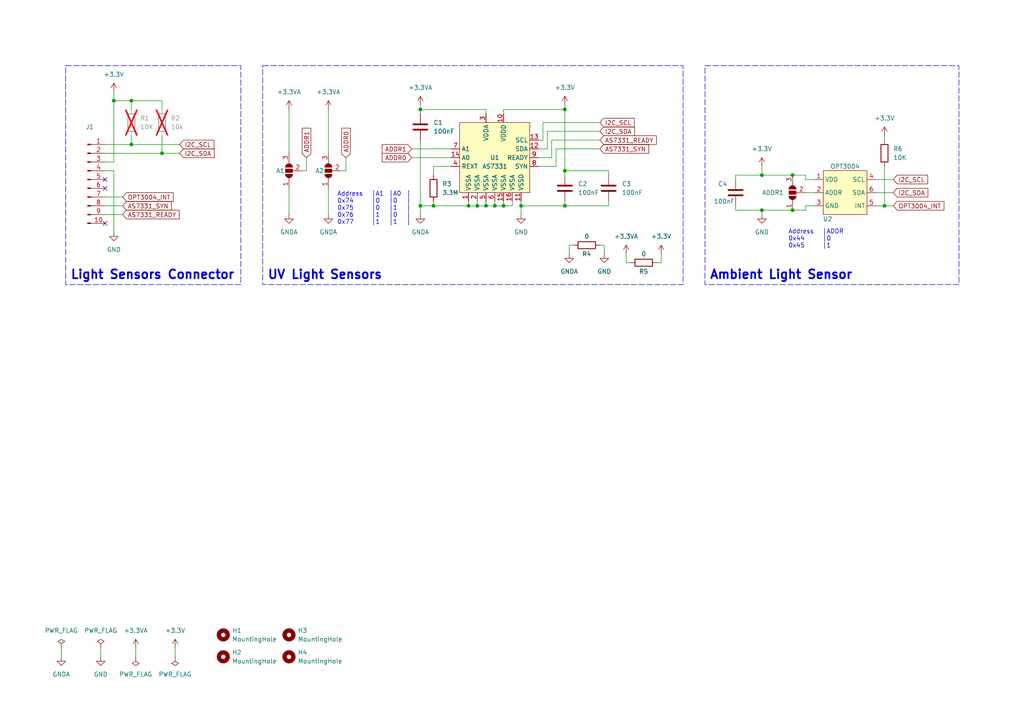
<source format=kicad_sch>
(kicad_sch (version 20230121) (generator eeschema)
  (paper "A4")
  (title_block (title "LightSensors") (date "2023-07-30") (rev "A"))
  (lib_symbols
    (symbol "Connector:Conn_01x10_Pin" (pin_names (offset 1.016) hide)
      (property "Reference" "J" (at 0 12.7 0))
      (property "Value" "Conn_01x10_Pin" (at 0 -15.24 0))
      (symbol "Conn_01x10_Pin_1_1"
        (polyline (pts (xy 1.27 -12.7) (xy 0.8636 -12.7)) (stroke (width 0.1524)))
        (polyline (pts (xy 1.27 -10.16) (xy 0.8636 -10.16)) (stroke (width 0.1524)))
        (polyline (pts (xy 1.27 -7.62) (xy 0.8636 -7.62)) (stroke (width 0.1524)))
        (polyline (pts (xy 1.27 -5.08) (xy 0.8636 -5.08)) (stroke (width 0.1524)))
        (polyline (pts (xy 1.27 -2.54) (xy 0.8636 -2.54)) (stroke (width 0.1524)))
        (polyline (pts (xy 1.27 0) (xy 0.8636 0)) (stroke (width 0.1524)))
        (polyline (pts (xy 1.27 2.54) (xy 0.8636 2.54)) (stroke (width 0.1524)))
        (polyline (pts (xy 1.27 5.08) (xy 0.8636 5.08)) (stroke (width 0.1524)))
        (polyline (pts (xy 1.27 7.62) (xy 0.8636 7.62)) (stroke (width 0.1524)))
        (polyline (pts (xy 1.27 10.16) (xy 0.8636 10.16)) (stroke (width 0.1524)))
        (rectangle (start 0.8636 -12.573) (end 0 -12.827) (stroke (width 0.1524)) (fill (type outline)))
        (rectangle (start 0.8636 -10.033) (end 0 -10.287) (stroke (width 0.1524)) (fill (type outline)))
        (rectangle (start 0.8636 -7.493) (end 0 -7.747) (stroke (width 0.1524)) (fill (type outline)))
        (rectangle (start 0.8636 -4.953) (end 0 -5.207) (stroke (width 0.1524)) (fill (type outline)))
        (rectangle (start 0.8636 -2.413) (end 0 -2.667) (stroke (width 0.1524)) (fill (type outline)))
        (rectangle (start 0.8636 0.127) (end 0 -0.127) (stroke (width 0.1524)) (fill (type outline)))
        (rectangle (start 0.8636 2.667) (end 0 2.413) (stroke (width 0.1524)) (fill (type outline)))
        (rectangle (start 0.8636 5.207) (end 0 4.953) (stroke (width 0.1524)) (fill (type outline)))
        (rectangle (start 0.8636 7.747) (end 0 7.493) (stroke (width 0.1524)) (fill (type outline)))
        (rectangle (start 0.8636 10.287) (end 0 10.033) (stroke (width 0.1524)) (fill (type outline)))
        (pin passive line (at 5.08 10.16 180) (length 3.81) (name "Pin_1") (number "1"))
        (pin passive line (at 5.08 -12.7 180) (length 3.81) (name "Pin_10") (number "10"))
        (pin passive line (at 5.08 7.62 180) (length 3.81) (name "Pin_2") (number "2"))
        (pin passive line (at 5.08 5.08 180) (length 3.81) (name "Pin_3") (number "3"))
        (pin passive line (at 5.08 2.54 180) (length 3.81) (name "Pin_4") (number "4"))
        (pin passive line (at 5.08 0 180) (length 3.81) (name "Pin_5") (number "5"))
        (pin passive line (at 5.08 -2.54 180) (length 3.81) (name "Pin_6") (number "6"))
        (pin passive line (at 5.08 -5.08 180) (length 3.81) (name "Pin_7") (number "7"))
        (pin passive line (at 5.08 -7.62 180) (length 3.81) (name "Pin_8") (number "8"))
        (pin passive line (at 5.08 -10.16 180) (length 3.81) (name "Pin_9") (number "9"))
      )
    )
    (symbol "Device:C" (pin_numbers hide) (pin_names (offset 0.254))
      (property "Reference" "C" (at 0.635 2.54 0))
      (property "Value" "C" (at 0.635 -2.54 0))
      (symbol "C_0_1"
        (polyline (pts (xy -2.032 -0.762) (xy 2.032 -0.762)) (stroke (width 0.508)))
        (polyline (pts (xy -2.032 0.762) (xy 2.032 0.762)) (stroke (width 0.508)))
      )
      (symbol "C_1_1"
        (pin passive line (at 0 3.81 270) (length 2.794) (name "~") (number "1"))
        (pin passive line (at 0 -3.81 90) (length 2.794) (name "~") (number "2"))
      )
    )
    (symbol "Device:R" (pin_numbers hide) (pin_names (offset 0))
      (property "Reference" "R" (at 2.032 0 90))
      (property "Value" "R" (at 0 0 90))
      (symbol "R_0_1"
        (rectangle (start -1.016 -2.54) (end 1.016 2.54) (stroke (width 0.254)))
      )
      (symbol "R_1_1"
        (pin passive line (at 0 3.81 270) (length 1.27) (name "~") (number "1"))
        (pin passive line (at 0 -3.81 90) (length 1.27) (name "~") (number "2"))
      )
    )
    (symbol "Jumper:SolderJumper_3_Open" (pin_names (offset 0) hide)
      (property "Reference" "JP" (at -2.54 -2.54 0))
      (property "Value" "SolderJumper_3_Open" (at 0 2.794 0))
      (symbol "SolderJumper_3_Open_0_1"
        (arc (start -1.016 1.016) (mid -2.0276 0) (end -1.016 -1.016))
        (arc (start -1.016 1.016) (mid -2.0276 0) (end -1.016 -1.016) (fill (type outline)))
        (rectangle (start -0.508 1.016) (end 0.508 -1.016) (fill (type outline)))
        (polyline (pts (xy -2.54 0) (xy -2.032 0)))
        (polyline (pts (xy -1.016 1.016) (xy -1.016 -1.016)))
        (polyline (pts (xy 0 -1.27) (xy 0 -1.016)))
        (polyline (pts (xy 1.016 1.016) (xy 1.016 -1.016)))
        (polyline (pts (xy 2.54 0) (xy 2.032 0)))
        (arc (start 1.016 -1.016) (mid 2.0276 0) (end 1.016 1.016))
        (arc (start 1.016 -1.016) (mid 2.0276 0) (end 1.016 1.016) (fill (type outline)))
      )
      (symbol "SolderJumper_3_Open_1_1"
        (pin passive line (at -5.08 0 0) (length 2.54) (name "A") (number "1"))
        (pin passive line (at 0 -3.81 90) (length 2.54) (name "C") (number "2"))
        (pin passive line (at 5.08 0 180) (length 2.54) (name "B") (number "3"))
      )
    )
    (symbol "Mechanical:MountingHole" (pin_names (offset 1.016))
      (property "Reference" "H" (at 0 5.08 0))
      (property "Value" "MountingHole" (at 0 3.175 0))
      (symbol "MountingHole_0_1"
        (circle (center 0 0) (radius 1.27) (stroke (width 1.27)))
      )
    )
    (symbol "Sensor_Light_OPT3004:OPT3004"
      (property "Reference" "U" (at 5.588 -7.747 0))
      (property "Value" "OPT3004" (at 0 7.62 0))
      (symbol "OPT3004_1_1"
        (rectangle (start -6.35 6.35) (end 6.35 -6.35) (fill (type background)))
        (pin power_in line (at -8.89 3.81 0) (length 2.54) (name "VDD") (number "1"))
        (pin input line (at -8.89 0 0) (length 2.54) (name "ADDR") (number "2"))
        (pin power_in line (at -8.89 -3.81 0) (length 2.54) (name "GND") (number "3"))
        (pin input line (at 8.89 3.81 180) (length 2.54) (name "SCL") (number "4"))
        (pin output line (at 8.89 -3.81 180) (length 2.54) (name "INT") (number "5"))
        (pin bidirectional line (at 8.89 0 180) (length 2.54) (name "SDA") (number "6"))
      )
    )
    (symbol "Sensor_UV_AS7331:AS7331"
      (property "Reference" "U" (at 0 0 0))
      (symbol "AS7331_1_1"
        (rectangle (start -10.16 10.16) (end 10.16 -10.16) (fill (type background)))
        (pin power_in line (at -7.62 -12.7 90) (length 2.54) (name "VSSA") (number "1"))
        (pin power_in line (at 2.54 12.7 270) (length 2.54) (name "VDDD") (number "10"))
        (pin power_in line (at 7.62 -12.7 90) (length 2.54) (name "VSSD") (number "11"))
        (pin bidirectional line (at 12.7 2.54 180) (length 2.54) (name "SDA") (number "12"))
        (pin input line (at 12.7 5.08 180) (length 2.54) (name "SCL") (number "13"))
        (pin input line (at -12.7 0 0) (length 2.54) (name "A0") (number "14"))
        (pin power_in line (at 2.54 -12.7 90) (length 2.54) (name "VSSA") (number "15"))
        (pin power_in line (at 5.08 -12.7 90) (length 2.54) (name "VSSA") (number "16"))
        (pin power_in line (at -5.08 -12.7 90) (length 2.54) (name "VSSA") (number "2"))
        (pin power_in line (at -2.54 12.7 270) (length 2.54) (name "VDDA") (number "3"))
        (pin bidirectional line (at -12.7 -2.54 0) (length 2.54) (name "REXT") (number "4"))
        (pin power_in line (at -2.54 -12.7 90) (length 2.54) (name "VSSA") (number "5"))
        (pin power_in line (at 0 -12.7 90) (length 2.54) (name "VSSA") (number "6"))
        (pin input line (at -12.7 2.54 0) (length 2.54) (name "A1") (number "7"))
        (pin input line (at 12.7 -2.54 180) (length 2.54) (name "SYN") (number "8"))
        (pin output line (at 12.7 0 180) (length 2.54) (name "READY") (number "9"))
      )
    )
    (symbol "power:+3.3V" (power) (pin_names (offset 0))
      (property "Value" "+3.3V" (at 0 3.556 0))
      (symbol "+3.3V_0_1"
        (polyline (pts (xy -0.762 1.27) (xy 0 2.54)))
        (polyline (pts (xy 0 0) (xy 0 2.54)))
        (polyline (pts (xy 0 2.54) (xy 0.762 1.27)))
      )
      (symbol "+3.3V_1_1"
        (pin power_in line (at 0 0 90) (length 0) hide (name "+3.3V") (number "1"))
      )
    )
    (symbol "power:+3.3VA" (power) (pin_names (offset 0))
      (property "Value" "+3.3VA" (at 0 3.556 0))
      (symbol "+3.3VA_0_1"
        (polyline (pts (xy -0.762 1.27) (xy 0 2.54)))
        (polyline (pts (xy 0 0) (xy 0 2.54)))
        (polyline (pts (xy 0 2.54) (xy 0.762 1.27)))
      )
      (symbol "+3.3VA_1_1"
        (pin power_in line (at 0 0 90) (length 0) hide (name "+3.3VA") (number "1"))
      )
    )
    (symbol "power:GND" (power) (pin_names (offset 0))
      (property "Value" "GND" (at 0 -3.81 0))
      (symbol "GND_0_1"
        (polyline (pts (xy 0 0) (xy 0 -1.27) (xy 1.27 -1.27) (xy 0 -2.54) (xy -1.27 -1.27) (xy 0 -1.27)))
      )
      (symbol "GND_1_1"
        (pin power_in line (at 0 0 270) (length 0) hide (name "GND") (number "1"))
      )
    )
    (symbol "power:GNDA" (power) (pin_names (offset 0))
      (property "Value" "GNDA" (at 0 -3.81 0))
      (symbol "GNDA_0_1"
        (polyline (pts (xy 0 0) (xy 0 -1.27) (xy 1.27 -1.27) (xy 0 -2.54) (xy -1.27 -1.27) (xy 0 -1.27)))
      )
      (symbol "GNDA_1_1"
        (pin power_in line (at 0 0 270) (length 0) hide (name "GNDA") (number "1"))
      )
    )
    (symbol "power:PWR_FLAG" (power) (pin_numbers hide) (pin_names (offset 0) hide)
      (property "Value" "PWR_FLAG" (at 0 3.81 0))
      (symbol "PWR_FLAG_0_0"
        (pin power_out line (at 0 0 90) (length 0) (name "pwr") (number "1"))
      )
      (symbol "PWR_FLAG_0_1"
        (polyline (pts (xy 0 0) (xy 0 1.27) (xy -1.016 1.905) (xy 0 2.54) (xy 1.016 1.905) (xy 0 1.27)))
      )
    )
  )
  (junction (at 256.54 59.69))
  (junction (at 163.83 31.75))
  (junction (at 220.98 60.96))
  (junction (at 163.83 59.69))
  (junction (at 121.92 31.75))
  (junction (at 229.87 50.8))
  (junction (at 143.51 59.69))
  (junction (at 151.13 59.69))
  (junction (at 140.97 59.69))
  (junction (at 38.1 29.21))
  (junction (at 220.98 50.8))
  (junction (at 135.89 59.69))
  (junction (at 163.83 49.53))
  (junction (at 38.1 41.91))
  (junction (at 46.99 44.45))
  (junction (at 138.43 59.69))
  (junction (at 146.05 59.69))
  (junction (at 125.73 59.69))
  (junction (at 33.02 29.21))
  (junction (at 229.87 60.96))
  (junction (at 121.92 59.69))
  (no_connect (at 30.48 54.61))
  (no_connect (at 30.48 52.07))
  (no_connect (at 30.48 64.77))
  (wire (pts (xy 119.38 43.18) (xy 130.81 43.18)))
  (wire (pts (xy 33.02 46.99) (xy 30.48 46.99)))
  (wire (pts (xy 233.68 50.8) (xy 229.87 50.8)))
  (wire (pts (xy 38.1 31.75) (xy 38.1 29.21)))
  (wire (pts (xy 148.59 58.42) (xy 148.59 59.69)))
  (wire (pts (xy 254 52.07) (xy 259.08 52.07)))
  (wire (pts (xy 157.48 35.56) (xy 173.99 35.56)))
  (wire (pts (xy 35.56 57.15) (xy 30.48 57.15)))
  (wire (pts (xy 46.99 29.21) (xy 38.1 29.21)))
  (wire (pts (xy 140.97 58.42) (xy 140.97 59.69)))
  (wire (pts (xy 213.36 60.96) (xy 213.36 59.69)))
  (wire (pts (xy 220.98 60.96) (xy 229.87 60.96)))
  (wire (pts (xy 35.56 62.23) (xy 30.48 62.23)))
  (wire (pts (xy 160.02 40.64) (xy 160.02 45.72)))
  (wire (pts (xy 161.29 43.18) (xy 161.29 48.26)))
  (wire (pts (xy 33.02 67.31) (xy 33.02 49.53)))
  (wire (pts (xy 163.83 59.69) (xy 176.53 59.69)))
  (wire (pts (xy 161.29 48.26) (xy 156.21 48.26)))
  (wire (pts (xy 213.36 50.8) (xy 220.98 50.8)))
  (wire (pts (xy 125.73 48.26) (xy 125.73 50.8)))
  (wire (pts (xy 33.02 49.53) (xy 30.48 49.53)))
  (wire (pts (xy 160.02 40.64) (xy 173.99 40.64)))
  (wire (pts (xy 146.05 33.02) (xy 146.05 31.75)))
  (wire (pts (xy 220.98 60.96) (xy 220.98 62.23)))
  (wire (pts (xy 30.48 41.91) (xy 38.1 41.91)))
  (wire (pts (xy 125.73 59.69) (xy 135.89 59.69)))
  (wire (pts (xy 95.25 62.23) (xy 95.25 54.61)))
  (wire (pts (xy 146.05 31.75) (xy 163.83 31.75)))
  (wire (pts (xy 121.92 59.69) (xy 121.92 62.23)))
  (wire (pts (xy 83.82 31.75) (xy 83.82 44.45)))
  (wire (pts (xy 165.1 71.12) (xy 166.37 71.12)))
  (wire (pts (xy 125.73 58.42) (xy 125.73 59.69)))
  (wire (pts (xy 17.78 187.96) (xy 17.78 190.5)))
  (wire (pts (xy 83.82 62.23) (xy 83.82 54.61)))
  (wire (pts (xy 256.54 48.26) (xy 256.54 59.69)))
  (wire (pts (xy 35.56 59.69) (xy 30.48 59.69)))
  (wire (pts (xy 163.83 30.48) (xy 163.83 31.75)))
  (wire (pts (xy 256.54 39.37) (xy 256.54 40.64)))
  (wire (pts (xy 157.48 40.64) (xy 156.21 40.64)))
  (wire (pts (xy 151.13 59.69) (xy 151.13 62.23)))
  (wire (pts (xy 130.81 48.26) (xy 125.73 48.26)))
  (wire (pts (xy 143.51 58.42) (xy 143.51 59.69)))
  (wire (pts (xy 161.29 43.18) (xy 173.99 43.18)))
  (wire (pts (xy 163.83 49.53) (xy 176.53 49.53)))
  (wire (pts (xy 143.51 59.69) (xy 140.97 59.69)))
  (wire (pts (xy 38.1 39.37) (xy 38.1 41.91)))
  (wire (pts (xy 254 59.69) (xy 256.54 59.69)))
  (wire (pts (xy 181.61 76.2) (xy 181.61 73.66)))
  (wire (pts (xy 33.02 29.21) (xy 38.1 29.21)))
  (wire (pts (xy 148.59 59.69) (xy 146.05 59.69)))
  (wire (pts (xy 233.68 52.07) (xy 233.68 50.8)))
  (wire (pts (xy 181.61 76.2) (xy 182.88 76.2)))
  (wire (pts (xy 33.02 29.21) (xy 33.02 46.99)))
  (wire (pts (xy 29.21 187.96) (xy 29.21 190.5)))
  (wire (pts (xy 100.33 45.72) (xy 100.33 49.53)))
  (wire (pts (xy 157.48 35.56) (xy 157.48 40.64)))
  (wire (pts (xy 233.68 59.69) (xy 233.68 60.96)))
  (wire (pts (xy 135.89 58.42) (xy 135.89 59.69)))
  (wire (pts (xy 256.54 59.69) (xy 259.08 59.69)))
  (wire (pts (xy 165.1 71.12) (xy 165.1 73.66)))
  (wire (pts (xy 46.99 29.21) (xy 46.99 31.75)))
  (wire (pts (xy 121.92 31.75) (xy 121.92 33.02)))
  (wire (pts (xy 233.68 55.88) (xy 236.22 55.88)))
  (wire (pts (xy 140.97 59.69) (xy 138.43 59.69)))
  (wire (pts (xy 146.05 59.69) (xy 146.05 58.42)))
  (wire (pts (xy 191.77 76.2) (xy 191.77 73.66)))
  (wire (pts (xy 213.36 50.8) (xy 213.36 52.07)))
  (wire (pts (xy 220.98 50.8) (xy 220.98 48.26)))
  (wire (pts (xy 121.92 40.64) (xy 121.92 59.69)))
  (wire (pts (xy 135.89 59.69) (xy 138.43 59.69)))
  (wire (pts (xy 163.83 31.75) (xy 163.83 49.53)))
  (wire (pts (xy 39.37 187.96) (xy 39.37 190.5)))
  (wire (pts (xy 163.83 58.42) (xy 163.83 59.69)))
  (wire (pts (xy 151.13 59.69) (xy 163.83 59.69)))
  (wire (pts (xy 175.26 71.12) (xy 175.26 73.66)))
  (wire (pts (xy 95.25 31.75) (xy 95.25 44.45)))
  (wire (pts (xy 160.02 45.72) (xy 156.21 45.72)))
  (wire (pts (xy 88.9 45.72) (xy 88.9 49.53)))
  (wire (pts (xy 163.83 49.53) (xy 163.83 50.8)))
  (wire (pts (xy 50.8 187.96) (xy 50.8 190.5)))
  (wire (pts (xy 236.22 59.69) (xy 233.68 59.69)))
  (wire (pts (xy 158.75 38.1) (xy 158.75 43.18)))
  (wire (pts (xy 175.26 71.12) (xy 173.99 71.12)))
  (wire (pts (xy 176.53 49.53) (xy 176.53 50.8)))
  (wire (pts (xy 121.92 59.69) (xy 125.73 59.69)))
  (wire (pts (xy 229.87 60.96) (xy 233.68 60.96)))
  (wire (pts (xy 119.38 45.72) (xy 130.81 45.72)))
  (wire (pts (xy 190.5 76.2) (xy 191.77 76.2)))
  (wire (pts (xy 236.22 52.07) (xy 233.68 52.07)))
  (wire (pts (xy 46.99 44.45) (xy 52.07 44.45)))
  (wire (pts (xy 121.92 30.48) (xy 121.92 31.75)))
  (wire (pts (xy 140.97 33.02) (xy 140.97 31.75)))
  (wire (pts (xy 213.36 60.96) (xy 220.98 60.96)))
  (wire (pts (xy 176.53 59.69) (xy 176.53 58.42)))
  (wire (pts (xy 38.1 41.91) (xy 52.07 41.91)))
  (wire (pts (xy 138.43 58.42) (xy 138.43 59.69)))
  (wire (pts (xy 220.98 50.8) (xy 229.87 50.8)))
  (wire (pts (xy 143.51 59.69) (xy 146.05 59.69)))
  (wire (pts (xy 121.92 31.75) (xy 140.97 31.75)))
  (wire (pts (xy 88.9 49.53) (xy 87.63 49.53)))
  (wire (pts (xy 33.02 26.67) (xy 33.02 29.21)))
  (wire (pts (xy 158.75 38.1) (xy 173.99 38.1)))
  (wire (pts (xy 30.48 44.45) (xy 46.99 44.45)))
  (wire (pts (xy 100.33 49.53) (xy 99.06 49.53)))
  (wire (pts (xy 151.13 58.42) (xy 151.13 59.69)))
  (wire (pts (xy 158.75 43.18) (xy 156.21 43.18)))
  (wire (pts (xy 46.99 39.37) (xy 46.99 44.45)))
  (wire (pts (xy 254 55.88) (xy 259.08 55.88)))
  (rectangle (start 204.47 19.05) (end 278.13 82.55) (stroke (width 0) (type dash)))
  (rectangle (start 76.2 19.05) (end 198.12 82.55) (stroke (width 0) (type dash)))
  (rectangle (start 19.05 19.05) (end 69.85 82.55) (stroke (width 0) (type dash)))
  (text "Light Sensors Connector" (at 20.32 81.28 0) (effects (font (size 2.54 2.54) (thickness 0.508) bold) (justify left bottom)))
  (text "Address	|A1	|A0	|\n0x74 	|0 	|0 	|\n0x75 	|0 	|1 	|\n0x76 	|1 	|0 	|\n0x77 	|1 	|1 	|\n\n" (at 97.79 67.31 0) (effects (font (size 1.27 1.27)) (justify left bottom)))
  (text "UV Light Sensors" (at 77.47 81.28 0) (effects (font (size 2.54 2.54) (thickness 0.508) bold) (justify left bottom)))
  (text "Ambient Light Sensor" (at 205.74 81.28 0) (effects (font (size 2.54 2.54) (thickness 0.508) bold) (justify left bottom)))
  (text "Address	|ADDR\n0x44 	|0\n0x45 	|1\n\n\n" (at 228.6 76.2 0) (effects (font (size 1.27 1.27)) (justify left bottom)))
  (global_label "ADDR1" (shape input) (at 88.9 45.72 90) (property "Intersheetrefs" "${INTERSHEET_REFS}" (effects hide)))
  (global_label "OPT3004_INT" (shape input) (at 259.08 59.69 0) (property "Intersheetrefs" "${INTERSHEET_REFS}" (effects hide)))
  (global_label "OPT3004_INT" (shape input) (at 35.56 57.15 0) (property "Intersheetrefs" "${INTERSHEET_REFS}" (effects hide)))
  (global_label "ADDR0" (shape input) (at 119.38 45.72 180) (property "Intersheetrefs" "${INTERSHEET_REFS}" (effects hide)))
  (global_label "AS7331_READY" (shape input) (at 173.99 40.64 0) (property "Intersheetrefs" "${INTERSHEET_REFS}" (effects hide)))
  (global_label "ADDR0" (shape input) (at 100.33 45.72 90) (property "Intersheetrefs" "${INTERSHEET_REFS}" (effects hide)))
  (global_label "AS7331_SYN" (shape input) (at 35.56 59.69 0) (property "Intersheetrefs" "${INTERSHEET_REFS}" (effects hide)))
  (global_label "I2C_SDA" (shape input) (at 52.07 44.45 0) (property "Intersheetrefs" "${INTERSHEET_REFS}" (effects hide)))
  (global_label "I2C_SCL" (shape input) (at 259.08 52.07 0) (property "Intersheetrefs" "${INTERSHEET_REFS}" (effects hide)))
  (global_label "ADDR1" (shape input) (at 119.38 43.18 180) (property "Intersheetrefs" "${INTERSHEET_REFS}" (effects hide)))
  (global_label "AS7331_READY" (shape input) (at 35.56 62.23 0) (property "Intersheetrefs" "${INTERSHEET_REFS}" (effects hide)))
  (global_label "I2C_SCL" (shape input) (at 52.07 41.91 0) (property "Intersheetrefs" "${INTERSHEET_REFS}" (effects hide)))
  (global_label "AS7331_SYN" (shape input) (at 173.99 43.18 0) (property "Intersheetrefs" "${INTERSHEET_REFS}" (effects hide)))
  (global_label "I2C_SDA" (shape input) (at 173.99 38.1 0) (property "Intersheetrefs" "${INTERSHEET_REFS}" (effects hide)))
  (global_label "I2C_SDA" (shape input) (at 259.08 55.88 0) (property "Intersheetrefs" "${INTERSHEET_REFS}" (effects hide)))
  (global_label "I2C_SCL" (shape input) (at 173.99 35.56 0) (property "Intersheetrefs" "${INTERSHEET_REFS}" (effects hide)))
  (symbol (lib_id "power:PWR_FLAG") (at 17.78 187.96 0) (unit 1)
    (property "Reference" "#FLG01" (effects hide))
    (property "Value" "PWR_FLAG" (at 17.78 182.88 0))
  )
  (symbol (lib_id "Device:C") (at 213.36 55.88 0) (unit 1)
    (property "Reference" "C4" (at 208.28 53.34 0) (effects (justify left)))
    (property "Value" "100nF" (at 207.01 58.42 0) (effects (justify left)))
    (property "Footprint" "Capacitor_SMD:C_0603_1608Metric" (effects hide))
  )
  (symbol (lib_id "Mechanical:MountingHole") (at 83.82 184.15 0) (unit 1)
    (property "Reference" "H3" (at 86.36 182.88 0) (effects (justify left)))
    (property "Value" "MountingHole" (at 86.36 185.42 0) (effects (justify left)))
    (property "Footprint" "MountingHole:MountingHole_2.2mm_M2" (effects hide))
  )
  (symbol (lib_id "power:+3.3V") (at 163.83 30.48 0) (unit 1)
    (property "Reference" "#PWR014" (effects hide))
    (property "Value" "+3.3V" (at 163.83 25.4 0))
  )
  (symbol (lib_id "power:PWR_FLAG") (at 39.37 190.5 180) (unit 1)
    (property "Reference" "#FLG03" (effects hide))
    (property "Value" "PWR_FLAG" (at 39.37 195.58 0))
  )
  (symbol (lib_id "Sensor_UV_AS7331:AS7331") (at 143.51 45.72 0) (unit 1)
    (property "Reference" "U1" (at 143.51 45.72 0))
    (property "Value" "AS7331" (at 143.51 48.26 0))
    (property "Footprint" "AS7331:OLGA-16" (effects hide))
  )
  (symbol (lib_id "Device:C") (at 176.53 54.61 0) (unit 1)
    (property "Reference" "C3" (at 180.34 53.34 0) (effects (justify left)))
    (property "Value" "100nF" (at 180.34 55.88 0) (effects (justify left)))
    (property "Footprint" "Capacitor_SMD:C_0603_1608Metric" (effects hide))
  )
  (symbol (lib_id "power:GND") (at 29.21 190.5 0) (unit 1)
    (property "Reference" "#PWR02" (effects hide))
    (property "Value" "GND" (at 29.21 195.58 0))
  )
  (symbol (lib_id "Mechanical:MountingHole") (at 83.82 190.5 0) (unit 1)
    (property "Reference" "H4" (at 86.36 189.23 0) (effects (justify left)))
    (property "Value" "MountingHole" (at 86.36 191.77 0) (effects (justify left)))
    (property "Footprint" "MountingHole:MountingHole_2.2mm_M2" (effects hide))
  )
  (symbol (lib_id "power:+3.3V") (at 220.98 48.26 0) (unit 1)
    (property "Reference" "#PWR019" (effects hide))
    (property "Value" "+3.3V" (at 220.98 43.18 0))
  )
  (symbol (lib_id "power:PWR_FLAG") (at 50.8 190.5 180) (unit 1)
    (property "Reference" "#FLG04" (effects hide))
    (property "Value" "PWR_FLAG" (at 50.8 195.58 0))
  )
  (symbol (lib_id "power:PWR_FLAG") (at 29.21 187.96 0) (unit 1)
    (property "Reference" "#FLG02" (effects hide))
    (property "Value" "PWR_FLAG" (at 29.21 182.88 0))
  )
  (symbol (lib_id "power:+3.3VA") (at 121.92 30.48 0) (unit 1)
    (property "Reference" "#PWR011" (effects hide))
    (property "Value" "+3.3VA" (at 121.92 25.4 0))
  )
  (symbol (lib_id "Device:C") (at 163.83 54.61 0) (unit 1)
    (property "Reference" "C2" (at 167.64 53.34 0) (effects (justify left)))
    (property "Value" "100nF" (at 167.64 55.88 0) (effects (justify left)))
    (property "Footprint" "Capacitor_SMD:C_0603_1608Metric" (effects hide))
  )
  (symbol (lib_id "Device:R") (at 46.99 35.56 0) (unit 1) (dnp yes)
    (property "Reference" "R2" (at 49.53 34.29 0) (effects (justify left)))
    (property "Value" "10k" (at 49.53 36.83 0) (effects (justify left)))
    (property "Footprint" "Resistor_SMD:R_0603_1608Metric" (effects hide))
  )
  (symbol (lib_id "power:+3.3VA") (at 83.82 31.75 0) (unit 1)
    (property "Reference" "#PWR07" (effects hide))
    (property "Value" "+3.3VA" (at 83.82 26.67 0))
  )
  (symbol (lib_id "power:GNDA") (at 17.78 190.5 0) (unit 1)
    (property "Reference" "#PWR01" (effects hide))
    (property "Value" "GNDA" (at 17.78 195.58 0))
  )
  (symbol (lib_id "power:+3.3V") (at 191.77 73.66 0) (unit 1)
    (property "Reference" "#PWR018" (effects hide))
    (property "Value" "+3.3V" (at 191.77 68.58 0))
  )
  (symbol (lib_id "power:GNDA") (at 121.92 62.23 0) (unit 1)
    (property "Reference" "#PWR012" (effects hide))
    (property "Value" "GNDA" (at 121.92 67.31 0))
  )
  (symbol (lib_id "Device:R") (at 38.1 35.56 0) (unit 1) (dnp yes)
    (property "Reference" "R1" (at 40.64 34.29 0) (effects (justify left)))
    (property "Value" "10K" (at 40.64 36.83 0) (effects (justify left)))
    (property "Footprint" "Resistor_SMD:R_0603_1608Metric" (effects hide))
  )
  (symbol (lib_id "power:GND") (at 151.13 62.23 0) (unit 1)
    (property "Reference" "#PWR013" (effects hide))
    (property "Value" "GND" (at 151.13 67.31 0))
  )
  (symbol (lib_id "Device:R") (at 256.54 44.45 0) (unit 1)
    (property "Reference" "R6" (at 259.08 43.18 0) (effects (justify left)))
    (property "Value" "10K" (at 259.08 45.72 0) (effects (justify left)))
    (property "Footprint" "Capacitor_SMD:C_0603_1608Metric" (effects hide))
  )
  (symbol (lib_id "power:+3.3V") (at 50.8 187.96 0) (unit 1)
    (property "Reference" "#PWR06" (effects hide))
    (property "Value" "+3.3V" (at 50.8 182.88 0))
  )
  (symbol (lib_id "Jumper:SolderJumper_3_Open") (at 83.82 49.53 90) (unit 1)
    (property "Reference" "A1" (at 82.55 49.53 90) (effects (justify left)))
    (property "Value" "SolderJumper_3_Open" (effects hide))
    (property "Footprint" "Jumper:SolderJumper-3_P2.0mm_Open_TrianglePad1.0x1.5mm" (effects hide))
  )
  (symbol (lib_id "Jumper:SolderJumper_3_Open") (at 229.87 55.88 90) (unit 1)
    (property "Reference" "ADDR1" (at 227.33 55.88 90) (effects (justify left)))
    (property "Value" "SolderJumper_3_Open" (effects hide))
    (property "Footprint" "Jumper:SolderJumper-3_P2.0mm_Open_TrianglePad1.0x1.5mm" (effects hide))
  )
  (symbol (lib_id "power:+3.3VA") (at 181.61 73.66 0) (unit 1)
    (property "Reference" "#PWR017" (effects hide))
    (property "Value" "+3.3VA" (at 181.61 68.58 0))
  )
  (symbol (lib_id "Mechanical:MountingHole") (at 64.77 184.15 0) (unit 1)
    (property "Reference" "H1" (at 67.31 182.88 0) (effects (justify left)))
    (property "Value" "MountingHole" (at 67.31 185.42 0) (effects (justify left)))
    (property "Footprint" "MountingHole:MountingHole_2.2mm_M2" (effects hide))
  )
  (symbol (lib_id "power:+3.3VA") (at 95.25 31.75 0) (unit 1)
    (property "Reference" "#PWR09" (effects hide))
    (property "Value" "+3.3VA" (at 95.25 26.67 0))
  )
  (symbol (lib_id "power:GND") (at 33.02 67.31 0) (unit 1)
    (property "Reference" "#PWR04" (effects hide))
    (property "Value" "GND" (at 33.02 72.39 0))
  )
  (symbol (lib_id "Device:C") (at 121.92 36.83 0) (unit 1)
    (property "Reference" "C1" (at 125.73 35.56 0) (effects (justify left)))
    (property "Value" "100nF" (at 125.73 38.1 0) (effects (justify left)))
    (property "Footprint" "Capacitor_SMD:C_0603_1608Metric" (effects hide))
  )
  (symbol (lib_id "Device:R") (at 125.73 54.61 0) (unit 1)
    (property "Reference" "R3" (at 128.27 53.34 0) (effects (justify left)))
    (property "Value" "3.3M" (at 128.27 55.88 0) (effects (justify left)))
    (property "Footprint" "Resistor_SMD:R_0603_1608Metric" (effects hide))
  )
  (symbol (lib_id "power:+3.3VA") (at 39.37 187.96 0) (unit 1)
    (property "Reference" "#PWR05" (effects hide))
    (property "Value" "+3.3VA" (at 39.37 182.88 0))
  )
  (symbol (lib_id "power:+3.3V") (at 33.02 26.67 0) (unit 1)
    (property "Reference" "#PWR03" (effects hide))
    (property "Value" "+3.3V" (at 33.02 21.59 0))
  )
  (symbol (lib_id "Device:R") (at 170.18 71.12 270) (unit 1)
    (property "Reference" "R4" (at 170.18 73.66 90))
    (property "Value" "0" (at 170.18 68.58 90))
    (property "Footprint" "NetTie:NetTie-2_THT_Pad0.3mm" (effects hide))
  )
  (symbol (lib_id "Connector:Conn_01x10_Pin") (at 25.4 52.07 0) (unit 1)
    (property "Reference" "J1" (at 26.035 36.83 0))
    (property "Value" "Conn_01x10_Pin" (effects hide))
    (property "Footprint" "Connector_JST:JST_PH_B10B-PH-SM4-TB_1x10-1MP_P2.00mm_Vertical" (effects hide))
  )
  (symbol (lib_id "power:GNDA") (at 83.82 62.23 0) (unit 1)
    (property "Reference" "#PWR08" (effects hide))
    (property "Value" "GNDA" (at 83.82 67.31 0))
  )
  (symbol (lib_id "Jumper:SolderJumper_3_Open") (at 95.25 49.53 90) (unit 1)
    (property "Reference" "A2" (at 93.98 49.53 90) (effects (justify left)))
    (property "Value" "SolderJumper_3_Open" (effects hide))
    (property "Footprint" "Jumper:SolderJumper-3_P2.0mm_Open_TrianglePad1.0x1.5mm" (effects hide))
  )
  (symbol (lib_id "power:GND") (at 175.26 73.66 0) (unit 1)
    (property "Reference" "#PWR016" (effects hide))
    (property "Value" "GND" (at 175.26 78.74 0))
  )
  (symbol (lib_id "Device:R") (at 186.69 76.2 270) (unit 1)
    (property "Reference" "R5" (at 186.69 78.74 90))
    (property "Value" "0" (at 186.69 73.66 90))
    (property "Footprint" "NetTie:NetTie-2_THT_Pad0.3mm" (effects hide))
  )
  (symbol (lib_id "Sensor_Light_OPT3004:OPT3004") (at 245.11 55.88 0) (unit 1)
    (property "Reference" "U2" (at 240.03 63.5 0))
    (property "Value" "OPT3004" (at 245.11 48.26 0))
    (property "Footprint" "OPT3004:SON65P200X200X65-7N" (effects hide))
  )
  (symbol (lib_id "power:+3.3V") (at 256.54 39.37 0) (unit 1)
    (property "Reference" "#PWR021" (effects hide))
    (property "Value" "+3.3V" (at 256.54 34.29 0))
  )
  (symbol (lib_id "power:GNDA") (at 95.25 62.23 0) (unit 1)
    (property "Reference" "#PWR010" (effects hide))
    (property "Value" "GNDA" (at 95.25 67.31 0))
  )
  (symbol (lib_id "power:GNDA") (at 165.1 73.66 0) (unit 1)
    (property "Reference" "#PWR015" (effects hide))
    (property "Value" "GNDA" (at 165.1 78.74 0))
  )
  (symbol (lib_id "Mechanical:MountingHole") (at 64.77 190.5 0) (unit 1)
    (property "Reference" "H2" (at 67.31 189.23 0) (effects (justify left)))
    (property "Value" "MountingHole" (at 67.31 191.77 0) (effects (justify left)))
    (property "Footprint" "MountingHole:MountingHole_2.2mm_M2" (effects hide))
  )
  (symbol (lib_id "power:GND") (at 220.98 62.23 0) (unit 1)
    (property "Reference" "#PWR020" (effects hide))
    (property "Value" "GND" (at 220.98 67.31 0))
  )
)
</source>
